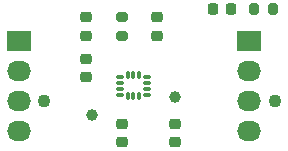
<source format=gbr>
%TF.GenerationSoftware,KiCad,Pcbnew,8.0.4-8.0.4-0~ubuntu20.04.1*%
%TF.CreationDate,2024-08-15T08:25:23-05:00*%
%TF.ProjectId,STImu,5354496d-752e-46b6-9963-61645f706362,rev?*%
%TF.SameCoordinates,Original*%
%TF.FileFunction,Soldermask,Top*%
%TF.FilePolarity,Negative*%
%FSLAX46Y46*%
G04 Gerber Fmt 4.6, Leading zero omitted, Abs format (unit mm)*
G04 Created by KiCad (PCBNEW 8.0.4-8.0.4-0~ubuntu20.04.1) date 2024-08-15 08:25:23*
%MOMM*%
%LPD*%
G01*
G04 APERTURE LIST*
G04 Aperture macros list*
%AMRoundRect*
0 Rectangle with rounded corners*
0 $1 Rounding radius*
0 $2 $3 $4 $5 $6 $7 $8 $9 X,Y pos of 4 corners*
0 Add a 4 corners polygon primitive as box body*
4,1,4,$2,$3,$4,$5,$6,$7,$8,$9,$2,$3,0*
0 Add four circle primitives for the rounded corners*
1,1,$1+$1,$2,$3*
1,1,$1+$1,$4,$5*
1,1,$1+$1,$6,$7*
1,1,$1+$1,$8,$9*
0 Add four rect primitives between the rounded corners*
20,1,$1+$1,$2,$3,$4,$5,0*
20,1,$1+$1,$4,$5,$6,$7,0*
20,1,$1+$1,$6,$7,$8,$9,0*
20,1,$1+$1,$8,$9,$2,$3,0*%
G04 Aperture macros list end*
%ADD10RoundRect,0.218750X-0.256250X0.218750X-0.256250X-0.218750X0.256250X-0.218750X0.256250X0.218750X0*%
%ADD11C,1.100000*%
%ADD12R,2.030000X1.730000*%
%ADD13O,2.030000X1.730000*%
%ADD14C,1.000000*%
%ADD15RoundRect,0.200000X-0.200000X-0.275000X0.200000X-0.275000X0.200000X0.275000X-0.200000X0.275000X0*%
%ADD16RoundRect,0.218750X0.218750X0.256250X-0.218750X0.256250X-0.218750X-0.256250X0.218750X-0.256250X0*%
%ADD17RoundRect,0.225000X-0.250000X0.225000X-0.250000X-0.225000X0.250000X-0.225000X0.250000X0.225000X0*%
%ADD18RoundRect,0.200000X-0.275000X0.200000X-0.275000X-0.200000X0.275000X-0.200000X0.275000X0.200000X0*%
%ADD19RoundRect,0.087500X-0.225000X-0.087500X0.225000X-0.087500X0.225000X0.087500X-0.225000X0.087500X0*%
%ADD20RoundRect,0.087500X-0.087500X-0.225000X0.087500X-0.225000X0.087500X0.225000X-0.087500X0.225000X0*%
G04 APERTURE END LIST*
D10*
%TO.C,R4*%
X154000000Y-98212500D03*
X154000000Y-99787500D03*
%TD*%
D11*
%TO.C,J1*%
X169960000Y-101780000D03*
D12*
X167800000Y-96700000D03*
D13*
X167800000Y-99240000D03*
X167800000Y-101780000D03*
X167800000Y-104320000D03*
%TD*%
D10*
%TO.C,R1*%
X160000000Y-94712500D03*
X160000000Y-96287500D03*
%TD*%
D14*
%TO.C,TP1*%
X154500000Y-103000000D03*
%TD*%
%TO.C,TP2*%
X161500000Y-101500000D03*
%TD*%
D15*
%TO.C,R3*%
X168175000Y-94000000D03*
X169825000Y-94000000D03*
%TD*%
D16*
%TO.C,D1*%
X166287500Y-94000000D03*
X164712500Y-94000000D03*
%TD*%
D17*
%TO.C,C2*%
X161500000Y-103725000D03*
X161500000Y-105275000D03*
%TD*%
D18*
%TO.C,R2*%
X157000000Y-94675000D03*
X157000000Y-96325000D03*
%TD*%
D10*
%TO.C,R5*%
X154000000Y-94712500D03*
X154000000Y-96287500D03*
%TD*%
D17*
%TO.C,C1*%
X157000000Y-103725000D03*
X157000000Y-105275000D03*
%TD*%
D11*
%TO.C,J2*%
X150460000Y-101780000D03*
D12*
X148300000Y-96700000D03*
D13*
X148300000Y-99240000D03*
X148300000Y-101780000D03*
X148300000Y-104320000D03*
%TD*%
D19*
%TO.C,U1*%
X156837500Y-99750000D03*
X156837500Y-100250000D03*
X156837500Y-100750000D03*
X156837500Y-101250000D03*
D20*
X157500000Y-101412500D03*
X158000000Y-101412500D03*
X158500000Y-101412500D03*
D19*
X159162500Y-101250000D03*
X159162500Y-100750000D03*
X159162500Y-100250000D03*
X159162500Y-99750000D03*
D20*
X158500000Y-99587500D03*
X158000000Y-99587500D03*
X157500000Y-99587500D03*
%TD*%
M02*

</source>
